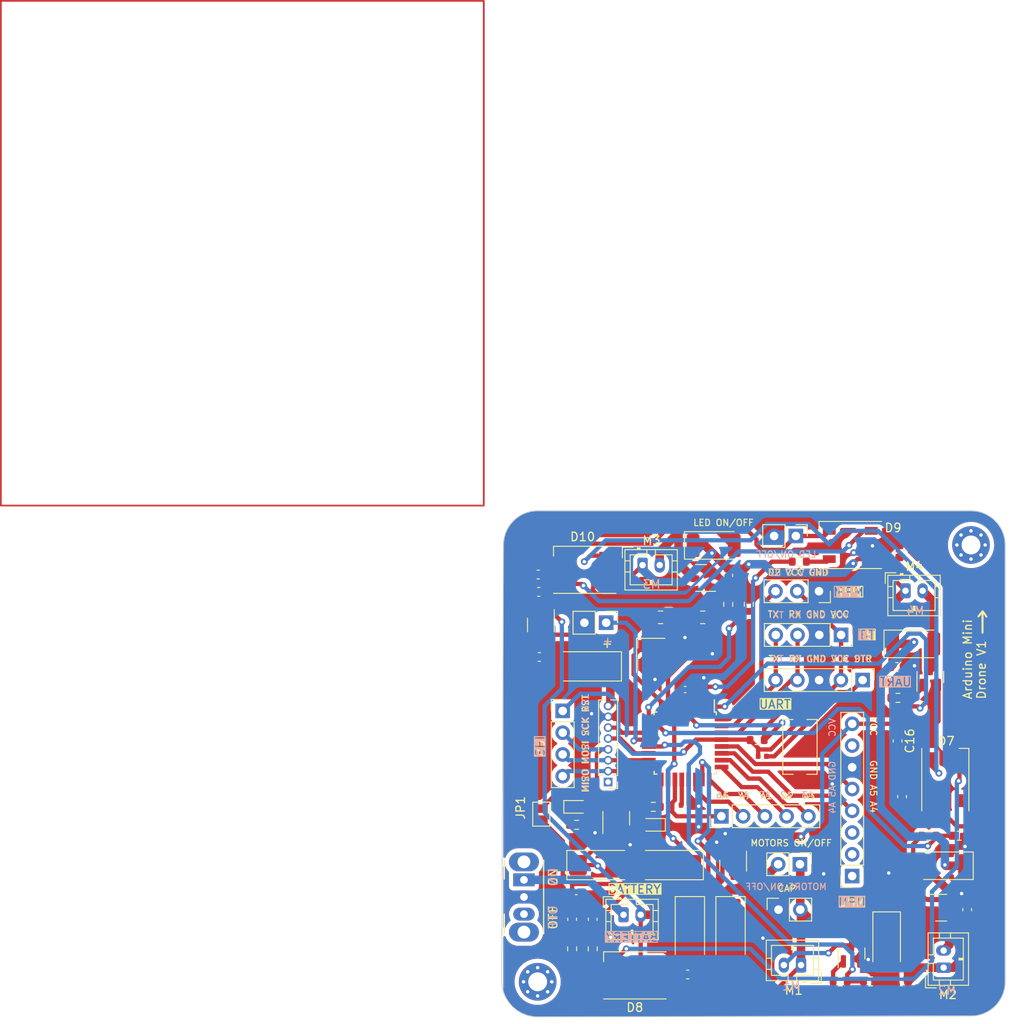
<source format=kicad_pcb>
(kicad_pcb (version 20221018) (generator pcbnew)
  (layers (0 "F.Cu" signal) (31 "B.Cu" power) (34 "B.Paste" user) (35 "F.Paste" user) (36 "B.SilkS" user "B.Silkscreen") (37 "F.SilkS" user "F.Silkscreen") (38 "B.Mask" user) (39 "F.Mask" user) (44 "Edge.Cuts" user))
  (net 0 "")
  (net 1 "D8")
  (net 2 "GND")
  (net 3 "RST")
  (net 4 "DTR")
  (net 5 "Net-(U1-AREF)")
  (net 6 "VCC")
  (net 7 "RAW")
  (net 8 "+3.3V")
  (net 9 "VMOT")
  (net 10 "A0")
  (net 11 "Net-(U1-XTAL1{slash}PB6)")
  (net 12 "Net-(U1-XTAL2{slash}PB7)")
  (net 13 "Net-(D1-A)")
  (net 14 "Net-(D2-K)")
  (net 15 "Net-(D2-A)")
  (net 16 "Net-(D3-A)")
  (net 17 "Net-(D4-A)")
  (net 18 "Net-(D5-A)")
  (net 19 "Net-(D6-A)")
  (net 20 "Net-(D10-VSS)")
  (net 21 "Net-(D10-DIN)")
  (net 23 "D12")
  (net 24 "D11")
  (net 25 "D13")
  (net 26 "D10")
  (net 27 "D7")
  (net 28 "RX1")
  (net 29 "TX0")
  (net 33 "A4")
  (net 34 "A5")
  (net 36 "D2")
  (net 37 "-BATT")
  (net 38 "A6")
  (net 39 "A7")
  (net 40 "A1")
  (net 41 "A2")
  (net 42 "A3")
  (net 43 "Net-(JP3-B)")
  (net 44 "Net-(Q1-G)")
  (net 45 "Net-(Q2-G)")
  (net 46 "Net-(Q3-G)")
  (net 47 "Net-(Q4-G)")
  (net 48 "D9")
  (net 49 "D3")
  (net 50 "D5")
  (net 51 "D6")
  (net 52 "D4")
  (net 55 "Net-(D10-DOUT)")
  (net 56 "Net-(D7-DOUT)")
  (net 58 "Net-(D9-DIN)")
  (footprint "Jumper:SolderJumper-2_P1.3mm_Open_Pad1.0x1.5mm" (layer "F.Cu") (at 78.825 109.925001 -90)
    (fp_text reference "JP1")
    (fp_text value "Power isolation jumper (low power applications)")
  )
  (footprint "Resistor_SMD:R_0603_1608Metric" (layer "F.Cu") (at 120.465832 94.55 180)
    (fp_text reference "R6" hide)
    (fp_text value "10k")
  )
  (footprint "Connector_PinSocket_2.54mm:PinSocket_1x02_P2.54mm_Vertical" (layer "F.Cu") (at 106.525 121.075 90)
    (fp_text reference "J7" hide)
    (fp_text value "CapHole")
  )
  (footprint "Resistor_SMD:R_0603_1608Metric" (layer "F.Cu") (at 113.725 129.45)
    (fp_text reference "R11" hide)
    (fp_text value "100")
  )
  (footprint "Resistor_SMD:R_0603_1608Metric" (layer "F.Cu") (at 108.95 80.45)
    (fp_text reference "R14" hide)
    (fp_text value "390")
  )
  (footprint "Resistor_SMD:R_0603_1608Metric" (layer "F.Cu") (at 100.65 85.425 -90)
    (fp_text reference "R5" hide)
    (fp_text value "100")
  )
  (footprint "Resistor_SMD:R_0603_1608Metric" (layer "F.Cu") (at 117.275 129.45 180)
    (fp_text reference "R10" hide)
    (fp_text value "10k")
  )
  (footprint "Connector_PinHeader_1.27mm:PinHeader_1x08_P1.27mm_Vertical" (layer "F.Cu") (at 86.625 106.175 180)
    (fp_text reference "J1" hide)
    (fp_text value "NRF24")
  )
  (footprint "LED_SMD:LED_0603_1608Metric" (layer "F.Cu") (at 91.825 111.175 180)
    (fp_text reference "D1" hide)
    (fp_text value "Green")
  )
  (footprint "Capacitor_SMD:C_0603_1608Metric" (layer "F.Cu") (at 82.425 122.2 -90)
    (fp_text reference "C17" hide)
    (fp_text value "10uf")
  )
  (footprint "Connector_JST:JST_PH_B2B-PH-K_1x02_P2.00mm_Vertical" (layer "F.Cu") (at 109.150001 127.55 180)
    (fp_text reference "J6" hide)
    (fp_text value "Motor4")
  )
  (footprint "Connector_JST:JST_PH_B2B-PH-K_1x02_P2.00mm_Vertical" (layer "F.Cu") (at 125.8 127.85 90)
    (fp_text reference "J5" hide)
    (fp_text value "Motor3")
  )
  (footprint "Capacitor_SMD:C_0603_1608Metric" (layer "F.Cu") (at 78.6 91.575)
    (fp_text reference "C8" hide)
    (fp_text value "1uf")
  )
  (footprint "Diode_SMD:D_MELF" (layer "F.Cu") (at 119.15 124.75 -90)
    (fp_text reference "D6" hide)
    (fp_text value "SS34")
  )
  (footprint "Package_TO_SOT_SMD:SOT-23" (layer "F.Cu") (at 115.05 126.187501 90)
    (fp_text reference "Q4" hide)
    (fp_text value "AO3400A")
  )
  (footprint "Package_TO_SOT_SMD:SOT-23" (layer "F.Cu") (at 97.487501 82.35 180)
    (fp_text reference "Q1" hide)
    (fp_text value "AO3400A")
  )
  (footprint "Connector_PinSocket_2.54mm:PinSocket_1x08_P2.54mm_Vertical" (layer "F.Cu") (at 115.125 117.155001 180)
    (fp_text reference "J8" hide)
    (fp_text value "MPU9250 + BMP280")
  )
  (footprint "Package_TO_SOT_SMD:SOT-23" (layer "F.Cu") (at 101.225 115.9375 -90)
    (fp_text reference "Q5" hide)
    (fp_text value "AO3401A")
  )
  (footprint "Crystal:Crystal_SMD_3225-4Pin_3.2x2.5mm" (layer "F.Cu") (at 91.6 91.4 -90)
    (fp_text reference "Y1" hide)
    (fp_text value "Crystal_GND2")
  )
  (footprint "MountingHole:MountingHole_2.2mm_M2_Pad_Via" (layer "F.Cu") (at 78.4 129.5)
    (fp_text reference "H2" hide)
    (fp_text value "MountingHole")
  )
  (footprint "Resistor_SMD:R_0603_1608Metric" (layer "F.Cu") (at 84.825 125.65 -90)
    (fp_text reference "R13" hide)
    (fp_text value "33k")
  )
  (footprint "Resistor_SMD:R_0603_1608Metric" (layer "F.Cu") (at 103.05 85.425 -90)
    (fp_text reference "R4" hide)
    (fp_text value "10k")
  )
  (footprint "Capacitor_SMD:C_0402_1005Metric" (layer "F.Cu") (at 82.905 118.975 180)
    (fp_text reference "C6" hide)
    (fp_text value "0.1uf")
  )
  (footprint "LED_SMD:LED_0603_1608Metric" (layer "F.Cu") (at 82.9375 109.075)
    (fp_text reference "D2" hide)
    (fp_text value "Red")
  )
  (footprint "Connector_PinHeader_2.54mm:PinHeader_1x02_P2.54mm_Vertical" (layer "F.Cu") (at 109.025 115.775 -90)
    (fp_text reference "JP3" hide)
    (fp_text value "Power isolation jumper (low power applications)")
  )
  (footprint "MountingHole:MountingHole_2.2mm_M2_Pad_Via" (layer "F.Cu") (at 129 78.5)
    (fp_text reference "H1" hide)
    (fp_text value "MountingHole")
  )
  (footprint "Capacitor_SMD:C_0805_2012Metric" (layer "F.Cu") (at 92.75 86.95)
    (fp_text reference "C24" hide)
    (fp_text value "0.1uf")
  )
  (footprint "Button_Switch_SMD:SW_Tactile_SPST_NO_Straight_CK_PTS636Sx25SMTRLFS" (layer "F.Cu") (at 109.025 102.075 -90)
    (fp_text reference "SW1" hide)
    (fp_text value "Reset")
  )
  (footprint "Capacitor_SMD:C_0402_1005Metric" (layer "F.Cu") (at 95.625 108.875 180)
    (fp_text reference "C2" hide)
    (fp_text value "0.1uf")
  )
  (footprint "LED_SMD:LED_WS2812B_PLCC4_5.0x5.0mm_P3.2mm" (layer "F.Cu") (at 126 105.9 90)
    (fp_text reference "D7")
    (fp_text value "WS2812B")
  )
  (footprint "Capacitor_SMD:C_0603_1608Metric" (layer "F.Cu") (at 128.55 121.075 -90)
    (fp_text reference "C12" hide)
    (fp_text value "22uf")
  )
  (footprint "Connector_PinHeader_2.54mm:PinHeader_1x05_P2.54mm_Vertical" (layer "F.Cu") (at 116.345 94.275 -90)
    (fp_text reference "J2" hide)
    (fp_text value "UART")
  )
  (footprint "Connector_PinSocket_2.54mm:PinSocket_1x03_P2.54mm_Vertical" (layer "F.Cu") (at 111.25 83.9 -90)
    (fp_text reference "J11" hide)
    (fp_text value "PPM")
  )
  (footprint "Capacitor_SMD:C_0603_1608Metric" (layer "F.Cu") (at 120.35 92.75 180)
    (fp_text reference "C11" hide)
    (fp_text value "22uf")
  )
  (footprint "Capacitor_SMD:C_0603_1608Metric" (layer "F.Cu") (at 78.525 83.975 180)
    (fp_text reference "C7" hide)
    (fp_text value "1uf")
  )
  (footprint "Resistor_SMD:R_0603_1608Metric" (layer "F.Cu") (at 120.465832 96.35 180)
    (fp_text reference "R7" hide)
    (fp_text value "100")
  )
  (footprint "Resistor_SMD:R_0603_1608Metric" (layer "F.Cu") (at 91.9 109.075)
    (fp_text reference "R2" hide)
    (fp_text value "330")
  )
  (footprint "Resistor_SMD:R_0603_1608Metric" (layer "F.Cu") (at 124.075 112.45)
    (fp_text reference "R9" hide)
    (fp_text value "100")
  )
  (footprint "Capacitor_SMD:C_0603_1608Metric" (layer "F.Cu") (at 120.95 107.875 -90)
    (fp_text reference "C22" hide)
    (fp_text value "100nf")
  )
  (footprint "Capacitor_Tantalum_SMD:CP_EIA-6032-15_Kemet-U" (layer "F.Cu") (at 85.5625 115.875)
    (fp_text reference "C4" hide)
    (fp_text value "10uf")
  )
  (footprint "Resistor_SMD:R_0603_1608Metric" (layer "F.Cu") (at 82.425 125.65 -90)
    (fp_text reference "R12" hide)
    (fp_text value "100k")
  )
  (footprint "Capacitor_SMD:C_0603_1608Metric" (layer "F.Cu") (at 95.925 128.65 180)
    (fp_text reference "C21" hide)
    (fp_text value "100nf")
  )
  (footprint "Package_TO_SOT_SMD:SOT-23" (layer "F.Cu") (at 124.25 93.9125 90)
    (fp_text reference "Q2" hide)
    (fp_text value "AO3400A")
  )
  (footprint "LED_SMD:LED_WS2812B_PLCC4_5.0x5.0mm_P3.2mm" (layer "F.Cu") (at 89.75 128.75 180)
    (fp_text reference "D8")
    (fp_text value "WS2812B")
  )
  (footprint "Capacitor_Tantalum_SMD:CP_EIA-6032-15_Kemet-U" (layer "F.Cu") (at 93.987499 115.875 180)
    (fp_text reference "C5" hide)
    (fp_text value "10uf")
  )
  (footprint "Capacitor_SMD:C_0603_1608Metric" (layer "F.Cu") (at 78.475 81.95)
    (fp_text reference "C19" hide)
    (fp_text value "100nf")
  )
  (footprint "Capacitor_Tantalum_SMD:CP_EIA-6032-15_Kemet-U" (layer "F.Cu") (at 84.425 92.675 180)
    (fp_text reference "C9" hide)
    (fp_text value "10uf")
  )
  (footprint "Capacitor_SMD:C_0603_1608Metric" (layer "F.Cu") (at 120.875 129.45)
    (fp_text reference "C13" hide)
    (fp_text value "22uf")
  )
  (footprint "Capacitor_SMD:C_0603_1608Metric" (layer "F.Cu") (at 120.425 101.375 -90)
    (fp_text reference "C16")
    (fp_text value "100nf")
  )
  (footprint "Connector_PinSocket_2.54mm:PinSocket_1x04_P2.54mm_Vertical" (layer "F.Cu") (at 113.825 89 -90)
    (fp_text reference "J10" hide)
    (fp_text value "BT")
  )
  (footprint "Connector_PinHeader_2.54mm:PinHeader_1x02_P2.54mm_Vertical" (layer "F.Cu") (at 108.55 77.45 -90)
    (fp_text reference "JP2" hide)
    (fp_text value "Power isolation jumper (low power applications)")
  )
  (footprint "Package_QFP:TQFP-32_7x7mm_P0.8mm" (layer "F.Cu") (at 95.625 101.625 -90)
    (fp_text reference "U1" hide)
    (fp_text value "ATmega328P-A")
  )
  (footprint "Package_TO_SOT_SMD:SOT-23-5" (layer "F.Cu") (at 78.774999 87.8375 -90)
    (fp_text reference "U3" hide)
    (fp_text value "LP5907MFX-3.3")
  )
  (footprint "Resistor_SMD:R_0603_1608Metric" (layer "F.Cu") (at 104.025 101.275)
    (fp_text reference "R1" hide)
    (fp_text value "10K")
  )
  (footprint "LED_SMD:LED_WS2812B_PLCC4_5.0x5.0mm_P3.2mm" (layer "F.Cu") (at 114.9 78.5 180)
    (fp_text reference "D9")
    (fp_text value "WS2812B")
  )
  (footprint "Capacitor_SMD:C_0805_2012Metric" (layer "F.Cu") (at 97.675 86.95)
    (fp_text reference "C23" hide)
    (fp_text value "0.1uf")
  )
  (footprint "Capacitor_SMD:C_0603_1608Metric" (layer "F.Cu") (at 100.65 82.05 90)
    (fp_text reference "C10" hide)
    (fp_text value "22uf")
  )
  (footprint "LOGO" (layer "F.Cu") (at 130.4 87.5 -90)
    (fp_text reference "")
    (fp_text value "LOGO" hide)
  )
  (footprint "Connector_PinHeader_2.54mm:PinHeader_1x02_P2.54mm_Vertical" (layer "F.Cu") (at 86.4 87.575 -90)
    (fp_text reference "BZ1" hide)
    (fp_text value "Buzzer")
  )
  (footprint "Resistor_SMD:R_0603_1608Metric" (layer "F.Cu") (at 127.625 112.45 180)
    (fp_text reference "R8" hide)
    (fp_text value "10k")
  )
  (footprint "Diode_SMD:D_MELF" (layer "F.Cu") (at 122.25 90.05)
    (fp_text reference "D4" hide)
    (fp_text value "SS34")
  )
  (footprint "Connector_PinHeader_2.54mm:PinHeader_1x04_P2.54mm_Vertical" (layer "F.Cu") (at 81.325 97.875)
    (fp_text reference "J9" hide)
    (fp_text value "SPI Pads")
  )
  (footprint "Capacitor_SMD:C_0603_1608Metric" (layer "F.Cu") (at 84.825 122.2 -90)
    (fp_text reference "C18" hide)
    (fp_text value "100nf")
  )
  (footprint "Connector_JST:JST_PH_B2B-PH-K_1x02_P2.00mm_Vertical" (layer "F.Cu") (at 90.65 80.85)
    (fp_text reference "J3" hide)
    (fp_text value "Motor1")
  )
  (footprint "Package_TO_SOT_SMD:SOT-23" (layer "F.Cu") (at 125.5125 120.85)
    (fp_text reference "Q3" hide)
    (fp_text value "AO3400A")
  )
  (footprint "Diode_SMD:D_MELF" (layer "F.Cu") (at 125.85 115.95 180)
    (fp_text reference "D5" hide)
    (fp_text value "SS34")
  )
  (footprint "Capacitor_Tantalum_SMD:CP_EIA-6032-15_Kemet-U" (layer "F.Cu") (at 96.175 123.3125 -90)
    (fp_text reference "C15" hide)
    (fp_text value "100uf")
  )
  (footprint "Capacitor_SMD:C_0402_1005Metric" (layer "F.Cu") (at 95.625 95.375)
    (fp_text reference "C3" hide)
    (fp_text value "0.1uf")
  )
  (footprint "Capacitor_Tantalum_SMD:CP_EIA-6032-15_Kemet-U" (layer "F.Cu") (at 100.925 123.312501 -90)
    (fp_text reference "C14" hide)
    (fp_text value "100uf")
  )
  (footprint "LED_SMD:LED_WS2812B_PLCC4_5.0x5.0mm_P3.2mm" (layer "F.Cu") (at 83.9 81.4 180)
    (fp_text reference "D10")
    (fp_text value "WS2812B")
  )
  (footprint "Connector_JST:JST_PH_B2B-PH-K_1x02_P2.00mm_Vertical" (layer "F.Cu") (at 88.425 121.675)
    (fp_text reference "J12" hide)
    (fp_text value "PWR")
  )
  (footprint "Button_Switch_THT:SW_CuK_OS102011MA1QN1_SPDT_Angled" (layer "F.Cu") (at 76.8 117.6 -90)
    (fp_text reference "SW2" hide)
    (fp_text value "Switch")
  )
  (footprint "Connector_PinHeader_2.54mm:PinHeader_1x05_P2.54mm_Vertical" (layer "F.Cu") (at 99.85 110.175 90)
    (fp_text reference "J13" hide)
    (fp_text value "Open")
  )
  (footprint "Capacitor_SMD:C_0402_1005Metric" (layer "F.Cu") (at 104.625 103.175)
    (fp_text reference "C1" hide)
    (fp_text value "0.1uf")
  )
  (footprint "Diode_SMD:D_MELF" (layer "F.Cu") (at 98.95 78.55)
    (fp_text reference "D3" hide)
    (fp_text value "SS34")
  )
  (footprint "Capacitor_SMD:C_0603_1608Metric" (layer "F.Cu") (at 120.65 79.175 -90)
    (fp_text reference "C20" hide)
    (fp_text value "100nf")
  )
  (footprint "Package_TO_SOT_SMD:SOT-23-5" (layer "F.Cu") (at 87.575001 110.4125 90)
    (fp_text reference "U2" hide)
    (fp_text value "MIC5205YM5")
  )
  (footprint "Resistor_SMD:R_0603_1608Metric" (layer "F.Cu") (at 82.95 111.175 180)
    (fp_text reference "R3" hide)
    (fp_text value "10k")
  )
  (footprint "Connector_JST:JST_PH_B2B-PH-K_1x02_P2.00mm_Vertical" (layer "F.Cu") (at 121.35 83.85)
    (fp_text reference "J4" hide)
    (fp_text value "Motor2")
  )
  (gr_rect locked (start 15.72 14.97) (end 72.108 73.898) (stroke (width 0.2)) (fill none) (layer "F.Cu"))
  (gr_arc (start 74.4 78.5) (mid 75.571573 75.671573) (end 78.4 74.5) (stroke (width 0.1)) (layer "Edge.Cuts"))
  (gr_line (start 133 78.5) (end 133 129.5) (stroke (width 0.1)) (layer "Edge.Cuts"))
  (gr_arc (start 129 74.5) (mid 131.828427 75.671573) (end 133 78.5) (stroke (width 0.1)) (layer "Edge.Cuts"))
  (gr_arc (start 133 129.5) (mid 131.828427 132.328427) (end 129 133.5) (stroke (width 0.1)) (layer "Edge.Cuts"))
  (gr_line (start 74.2 129.4) (end 74.4 78.5) (stroke (width 0.1)) (layer "Edge.Cuts"))
  (gr_arc (start 78.4 133.6) (mid 75.430152 132.369848) (end 74.2 129.4) (stroke (width 0.1)) (layer "Edge.Cuts"))
  (gr_line (start 78.4 74.5) (end 129 74.5) (stroke (width 0.1)) (layer "Edge.Cuts"))
  (gr_line (start 78.4 133.6) (end 129 133.5) (stroke (width 0.1)) (layer "Edge.Cuts"))
  (gr_text "LED ON/OFF\n" (at 107.4 79.6) (layer "B.SilkS") (effects (font (size 0.75 0.75) (thickness 0.125)) (justify mirror)))
  (gr_text "ON   OFF" (at 80.2 119.8 90) (layer "B.SilkS") (effects (font (size 1 1)) (justify mirror)))
  (gr_text "DTR VCC GND RX TX\n" (at 111.6 91.8) (layer "B.SilkS") (effects (font (size 0.75 0.75) (thickness 0.125)) (justify mirror)))
  (gr_text "MPU" (at 115.1 120.2) (layer "B.SilkS" knockout) (effects (font (size 1 1)) (justify mirror)))
  (gr_text "PPM" (at 114.5 84) (layer "B.SilkS" knockout) (effects (font (size 1 1)) (justify mirror)))
  (gr_text "M1" (at 108 130) (layer "B.SilkS") (effects (font (size 1 1)) (justify mirror)))
  (gr_text "SPI" (at 78.6 102 270) (layer "B.SilkS" knockout) (effects (font (size 1 1)) (justify mirror)))
  (gr_text "MISO MOSI SCK RST\n" (at 83.9 101.6 -90) (layer "B.SilkS") (effects (font (size 0.75 0.75) (thickness 0.125)) (justify mirror)))
  (gr_text "VCC GND RX TX\n" (at 110.3 86.7) (layer "B.SilkS") (effects (font (size 0.75 0.75) (thickness 0.125)) (justify mirror)))
  (gr_text "M4" (at 122.5 86.2) (layer "B.SilkS") (effects (font (size 1 1)) (justify mirror)))
  (gr_text "BT" (at 116.8 89) (layer "B.SilkS" knockout) (effects (font (size 1 1)) (justify mirror)))
  (gr_text "VCC     GND A5 A4" (at 112.8 104.3 -270) (layer "B.SilkS") (effects (font (size 0.75 0.75) (thickness 0.125)) (justify mirror)))
  (gr_text "M2" (at 126.2 130.5) (layer "B.SilkS") (effects (font (size 1 1)) (justify mirror)))
  (gr_text "MOTORS ON/OFF" (at 107.4 118.4) (layer "B.SilkS") (effects (font (size 0.75 0.75) (thickness 0.125)) (justify mirror)))
  (gr_text "M3" (at 91.7 83.1) (layer "B.SilkS") (effects (font (size 1 1)) (justify mirror)))
  (gr_text "A3  A2  A7  A7  A6" (at 104.9 107.7) (layer "B.SilkS") (effects (font (size 0.75 0.75) (thickness 0.125)) (justify mirror)))
  (gr_text "BATTERY" (at 89.4 124.3) (layer "B.SilkS" knockout) (effects (font (size 1 1)) (justify mirror)))
  (gr_text "UART" (at 120.2 94.5) (layer "B.SilkS" knockout) (effects (font (size 1 1)) (justify mirror)))
  (gr_text "+ " (at 86.2 89.7) (layer "B.SilkS") (effects (font (size 1 1)) (justify mirror)))
  (gr_text "GND VCC D2\n" (at 108.9 81.7) (layer "B.SilkS") (effects (font (size 0.75 0.75) (thickness 0.125)) (justify mirror)))
  (gr_text "VCC     GND A5 A4" (at 117.6 104.2 270) (layer "F.SilkS") (effects (font (size 0.75 0.75) (thickness 0.125))))
  (gr_text "M3" (at 91.7 78) (layer "F.SilkS") (effects (font (size 1 1))))
  (gr_text "M4" (at 122.4 81) (layer "F.SilkS") (effects (font (size 1 1))))
  (gr_text "D2 VCC GND\n" (at 108.8 81.7) (layer "F.SilkS") (effects (font (size 0.75 0.75) (thickness 0.125))))
  (gr_text "MOTORS ON/OFF" (at 108 113.3) (layer "F.SilkS") (effects (font (size 0.75 0.75) (thickness 0.125))))
  (gr_text "M1" (at 108.3 130.5) (layer "F.SilkS") (effects (font (size 1 1))))
  (gr_text "+ " (at 86.9 90) (layer "F.SilkS") (effects (font (size 1 1))))
  (gr_text "LED ON/OFF\n" (at 100.1 75.9) (layer "F.SilkS") (effects (font (size 0.75 0.75) (thickness 0.125))))
  (gr_text "Arduino Mini\nDrone V1" (at 130.8 96.6 90) (layer "F.SilkS") (effects (font (size 1 1)) (justify left bottom)))
  (gr_text "TX  RX GND VCC\n" (at 110 86.6) (layer "F.SilkS") (effects (font (size 0.75 0.75) (thickness 0.125))))
  (gr_text "PPM" (at 114.9 84) (layer "F.SilkS" knockout) (effects (font (size 1 1))))
  (gr_text "BATTERY" (at 89.7 118.7) (layer "F.SilkS" knockout) (effects (font (size 1 1))))
  (gr_text "TX  RX GND VCC DTR\n" (at 111.4 91.8) (layer "F.SilkS") (effects (font (size 0.75 0.75) (thickness 0.125))))
  (gr_text "CAP" (at 107.5 118.6) (layer "F.SilkS") (effects (font (size 0.75 0.75) (thickness 0.125))))
  (gr_text "MPU" (at 115.1 120.2) (layer "F.SilkS" knockout) (effects (font (size 1 1))))
  (gr_text "OFF   ON\n" (at 80.2 119.8 90) (layer "F.SilkS") (effects (font (size 1 1))))
  (gr_text "BT" (at 116.9 89) (layer "F.SilkS" knockout) (effects (font (size 1 1))))
  (gr_text "MISO MOSI SCK RST\n" (at 84 101.7 90) (layer "F.SilkS") (effects (font (size 0.75 0.75) (thickness 0.125))))
  (gr_text " A6  A7  A1  A2  A3 " (at 105.1 107.8) (layer "F.SilkS") (effects (font (size 0.75 0.75) (thickness 0.125))))
  (gr_text "UART" (at 106.1 97.1) (layer "F.SilkS" knockout) (effects (font (size 1 1))))
  (gr_text "SPI" (at 78.7 102 90) (layer "F.SilkS" knockout) (effects (font (size 1 1))))
  (gr_text "M2" (at 126.3 131) (layer "F.SilkS") (effects (font (size 1 1))))
  (segment (start 89.775 101.225) (end 89.625 101.375) (width 0.5) (layer "F.Cu") (net 1))
  (segment (start 91.375 101.225) (end 89.775 101.225) (width 0.5) (layer "F.Cu") (net 1))
  (via (at 89.625 101.375) (size 0.8) (drill 0.4) (layers "F.Cu" "B.Cu") (net 1))
  (segment (start 86.4 87.575) (end 88.725 87.575) (width 0.5) (layer "B.Cu") (net 1))
  (segment (start 88.725 87.575) (end 89.825 88.675) (width 0.5) (layer "B.Cu") (net 1))
  (segment (start 89.825 101.175) (end 89.625 101.375) (width 0.5) (layer "B.Cu") (net 1))
  (segment (start 89.825 88.675) (end 89.825 101.175) (width 0.5) (layer "B.Cu") (net 1))
  (segment (start 96.95 94.1) (end 96.95 95.485) (width 0.5) (layer "F.Cu") (net 2))
  (segment (start 87.575001 115.425001) (end 88.025 115.875) (width 0.5) (layer "F.Cu") (net 2))
  (segment (start 95.25 95.27) (end 95.25 94.4) (width 0.5) (layer "F.Cu") (net 2))
  (segment (start 119.807499 104.455001) (end 120.425 103.8375) (width 0.5) (layer "F.Cu") (net 2))
  (segment (start 95.145 95.375) (end 95.25 95.27) (width 0.5) (layer "F.Cu") (net 2))
  (segment (start 111.285 94.255) (end 111.265 94.275) (width 0.5) (layer "F.Cu") (net 2))
  (segment (start 125.2 94.85) (end 125.2 99.0625) (width 0.5) (layer "F.Cu") (net 2))
  (segment (start 95.95 93.7) (end 96.55 93.7) (width 0.5) (layer "F.Cu") (net 2))
  (segment (start 115.125 104.455001) (end 119.807499 104.455001) (width 0.5) (layer "F.Cu") (net 2))
  (segment (start 87.575001 111.55) (end 87.575001 115.425001) (width 0.5) (layer "F.Cu") (net 2))
  (segment (start 96.95 95.485) (end 96.835 95.6) (width 0.5) (layer "F.Cu") (net 2))
  (segment (start 95.225 97.375) (end 95.225 95.455) (width 0.5) (layer "F.Cu") (net 2))
  (segment (start 95.225 95.455) (end 95.145 95.375) (width 0.5) (layer "F.Cu") (net 2))
  (segment (start 96.025 108.795) (end 96.105 108.875) (width 0.5) (layer "F.Cu") (net 2))
  (segment (start 96.835 95.6) (end 96.835 97.365) (width 0.5) (layer "F.Cu") (net 2))
  (segment (start 96.55 93.7) (end 96.95 94.1) (width 0.5) (layer "F.Cu") (net 2))
  (segment (start 95.25 94.4) (end 95.95 93.7) (width 0.5) (layer "F.Cu") (net 2))
  (segment (start 125.2 99.0625) (end 120.425 103.8375) (width 0.5) (layer "F.Cu") (net 2))
  (segment (start 96.025 105.875) (end 96.025 108.795) (width 0.5) (layer "F.Cu") (net 2))
  (segment (start 96.835 97.365) (end 96.825 97.375) (width 0.5) (layer "F.Cu") (net 2))
  (via (at 111.8 116.9) (size 0.8) (drill 0.4) (layers "F.Cu" "B.Cu") (net 2))
  (via (at 115.3 79.4) (size 0.8) (drill 0.4) (layers "F.Cu" "B.Cu") (net 2))
  (via (at 84.7 98.2) (size 0.8) (drill 0.4) (layers "F.Cu" "B.Cu") (net 2))
  (via (at 92.1 94.2) (size 0.8) (drill 0.4) (layers "F.Cu" "B.Cu") (net 2))
  (via (at 97.2 109) (size 0.8) (drill 0.4) (layers "F.Cu" "B.Cu") (net 2))
  (via (at 122.4 92.6) (size 0.8) (drill 0.4) (layers "F.Cu" "B.Cu") (net 2))
  (via (at 128.3 113.7) (size 0.8) (drill 0.4) (layers "F.Cu" "B.Cu") (net 2))
  (via (at 86.9 124.3) (size 0.8) (drill 0.4) (layers "F.Cu" "B.Cu") (net 2))
  (via (at 89.2 113.5) (size 0.8) (drill 0.4) (layers "F.Cu" "B.Cu") (net 2))
  (via (at 112.8 106.4) (size 0.8) (drill 0.4) (layers "F.Cu" "B.Cu") (net 2))
  (via (at 98.8 91.2) (size 0.8) (drill 0.4) (layers "F.Cu" "B.Cu") (net 2))
  (via (at 95.6 89.3) (size 0.8) (drill 0.4) (layers "F.Cu" "B.Cu") (net 2))
  (via (at 100.3 112.2) (size 0.8) (drill 0.4) (layers "F.Cu" "B.Cu") (net 2))
  (via (at 85.1 112.1) (size 0.8) (drill 0.4) (layers "F.Cu" "B.Cu") (net 2))
  (via (at 117 126.9) (size 0.8) (drill 0.4) (layers "F.Cu" "B.Cu") (net 2))
  (via (at 99.3 113.2) (size 0.8) (drill 0.4) (layers "F.Cu" "B.Cu") (net 2))
  (via (at 119.4 116.8) (size 0.8) (drill 0.4) (layers "F.Cu" "B.Cu") (net 2))
  (via (at 97.2 111.4) (size 0.8) (drill 0.4) (layers "F.Cu" "B.Cu") (net 2))
  (via (at 117.5 78.6) (size 0.8) (drill 0.4) (layers "F.Cu" "B.Cu") (net 2))
  (via (at 127.9 119.2) (size 0.8) (drill 0.4) (layers "F.Cu" "B.Cu") (net 2))
  (via (at 104.7 124.4) (size 0.8) (drill 0.4) (layers "F.Cu" "B.Cu") (net 2))
  (via (at 97.8 94) (size 0.8) (drill 0.4) (layers "F.Cu" "B.Cu") (net 2))
  (segment (start 96.875 101.225) (end 99.875 101.225) (width 0.5) (layer "F.Cu") (net 3))
  (segment (start 104.145 102.22) (end 103.2 101.275) (width 0.5) (layer "F.Cu") (net 3))
  (segment (start 109.025 98.2) (end 109.025 98.975) (width 0.5) (layer "F.Cu") (net 3))
  (segment (start 105.625 102.375) (end 104.145 102.375) (width 0.5) (layer "F.Cu") (net 3))
  (segment (start 103.15 101.225) (end 103.2 101.275) (width 0.5) (layer "F.Cu") (net 3))
  (segment (start 109.025 98.975) (end 105.625 102.375) (width 0.5) (layer "F.Cu") (net 3))
  (segment (start 104.145 102.375) (end 104.145 102.22) (width 0.5) (layer "F.Cu") (net 3))
  (segment (start 104.145 103.175) (end 104.145 102.375) (width 0.5) (layer "F.Cu") (net 3))
  (segment (start 99.875 101.225) (end 103.15 101.225) (width 0.5) (layer "F.Cu") (net 3))
  (segment (start 95.45 102.65) (end 96.875 101.225) (width 0.5) (layer "F.Cu") (net 3))
  (via (at 95.45 102.65) (size 0.8) (drill 0.4) (layers "F.Cu" "B.Cu") (net 3))
  (segment (start 87.825 97.075) (end 86.625 95.875) (width 0.5) (layer "B.Cu") (net 3))
  (segment (start 83.325 95.875) (end 81.325 97.875) (width 0.5) (layer "B.Cu") (net 3))
  (segment (start 95.225 102.875) (end 89.525 102.875) (width 0.5) (layer "B.Cu") (net 3))
  (segment (start 89.525 102.875) (end 87.825 101.175) (width 0.5) (layer "B.Cu") (net 3))
  (segment (start 95.45 102.65) (end 95.225 102.875) (width 0.5) (layer "B.Cu") (net 3))
  (segment (start 87.825 101.175) (end 87.825 97.075) (width 0.5) (layer "B.Cu") (net 3))
  (segment (start 86.625 95.875) (end 83.325 95.875) (width 0.5) (layer "B.Cu") (net 3))
  (segment (start 106.025 103.175) (end 113.525 95.675) (width 0.5) (layer "F.Cu") (net 4))
  (segment (start 105.105 103.175) (end 106.025 103.175) (width 0.5) (layer "F.Cu") (net 4))
  (segment (start 114.945 95.675) (end 116.345 94.275) (width 0.5) (layer "F.Cu") (net 4))
  (segment (start 113.525 95.675) (end 114.945 95.675) (width 0.5) (layer "F.Cu") (net 4))
  (segment (start 95.225 108.795) (end 95.145 108.875) (width 0.5) (layer "F.Cu") (net 5))
  (segment (start 95.225 105.875) (end 95.225 108.795) (width 0.5) (layer "F.Cu") (net 5))
  (segment (start 93.625 104.775) (end 94.35 104.05) (width 0.5) (layer "F.Cu") (net 6))
  (segment (start 96.025 98.475) (end 96.95 99.4) (width 0.5) (layer "F.Cu") (net 6))
  (segment (start 113.825 94.255) (end 113.805 94.275) (width 0.5) (layer "F.Cu") (net 6))
  (segment (start 96.025 98.475) (end 96.025 97.375) (width 0.5) (layer "F.Cu") (net 6))
  (segment (start 104.85 99.95) (end 109.025 95.775) (width 0.5) (layer "F.Cu") (net 6))
  (segment (start 94.425 98.575) (end 94.825 98.975) (width 0.5) (layer "F.Cu") (net 6))
  (segment (start 94.35 104.05) (end 94.35 98.65) (width 0.5) (layer "F.Cu") (net 6))
  (segment (start 96.95 99.4) (end 96.95 99.55) (width 0.5) (layer "F.Cu") (net 6))
  (segment (start 78.825 110.575001) (end 81.325 113.075001) (width 0.5) (layer "F.Cu") (net 6))
  (segment (start 93.625 105.875) (end 93.625 104.775) (width 0.5) (layer "F.Cu") (net 6))
  (segment (start 94.825 98.975) (end 95.525 98.975) (width 0.5) (layer "F.Cu") (net 6))
  (segment (start 104.85 101.275) (end 104.925 101.275) (width 0.5) (layer "F.Cu") (net 6))
  (segment (start 95.525 98.975) (end 96.025 98.475) (width 0.5) (layer "F.Cu") (net 6))
  (segment (start 96.025 97.375) (end 96.025 95.455) (width 0.5) (layer "F.Cu") (net 6))
  (segment (start 104.925 101.275) (end 106.95 99.25) (width 0.5) (layer "F.Cu") (net 6))
  (segment (start 94.249999 118.075) (end 96.449999 115.875) (width 0.5) (layer "F.Cu") (net 6))
  (segment (start 108.725 83.9) (end 113.825 89) (width 0.5) (layer "F.Cu") (net 6))
  (segment (start 82.425 118.075) (end 94.249999 118.075) (width 0.5) (layer "F.Cu") (net 6))
  (segment (start 112.305 95.775) (end 113.805 94.275) (width 0.5) (layer "F.Cu") (net 6))
  (segment (start 94.35 98.65) (end 94.425 98.575) (width 0.5) (layer "F.Cu") (net 6))
  (segment (start 82.425 118.975) (end 82.425 118.075) (width 0.5) (layer "F.Cu") (net 6))
  (segment (start 94.425 97.375) (end 94.425 98.575) (width 0.5) (layer "F.Cu") (net 6))
  (segment (start 108.71 83.9) (end 108.725 83.9) (width 0.5) (layer "F.Cu") (net 6))
  (segment (start 109.025 95.775) (end 112.305 95.775) (width 0.5) (layer "F.Cu") (net 6))
  (segment (start 96.449999 114.999999) (end 94.225 112.775) (width 0.5) (layer "F.Cu") (net 6))
  (segment (start 96.449999 115.875) (end 96.449999 114.999999) (width 0.5) (layer "F.Cu") (net 6))
  (segment (start 104.85 101.275) (end 104.85 99.95) (width 0.5) (layer "F.Cu") (net 6))
  (segment (start 96.025 95.455) (end 96.105 95.375) (width 0.5) (layer "F.Cu") (net 6))
  (segment (start 113.825 89) (end 113.825 94.255) (width 0.5) (layer "F.Cu") (net 6))
  (segment (start 81.325 116.975) (end 82.425 118.075) (width 0.5) (layer "F.Cu") (net 6))
  (segment (start 81.325 113.075001) (end 81.325 116.975) (width 0.5) (layer "F.Cu") (net 6))
  (via (at 106.95 99.25) (size 0.8) (drill 0.4) (layers "F.Cu" "B.Cu") (net 6))
  (via (at 94.225 112.775) (size 0.8) (drill 0.4) (layers "F.Cu" "B.Cu") (net 6))
  (via (at 96.95 99.55) (size 0.8) (drill 0.4) (layers "F.Cu" "B.Cu") (net 6))
  (via (at 94.35 104.05) (size 0.8) (drill 0.4) (layers "F.Cu" "B.Cu") (net 6))
  (segment (start 106.65 99.55) (end 106.95 99.25) (width 0.5) (layer "B.Cu") (net 6))
  (segment (start 96.95 99.55) (end 106.65 99.55) (width 0.5) (layer "B.Cu") (net 6))
  (segment (start 93.625 112.175) (end 94.225 112.775) (width 0.5) (layer "B.Cu") (net 6))
  (segment (start 93.625 104.775) (end 93.625 112.175) (width 0.5) (layer "B.Cu") (net 6))
  (segment (start 94.35 104.05) (end 93.625 104.775) (width 0.5) (layer "B.Cu") (net 6))
  (segment (start 86.625001 112.349999) (end 83.1 115.875) (width 0.5) (layer "F.Cu") (net 7))
  (segment (start 86.625001 110.874999) (end 87.25 110.25) (width 0.5) (layer "F.Cu") (net 7))
  (segment (start 90.425 127.575) (end 90.425 121.675) (width 0.5) (layer "F.Cu") (net 7))
  (segment (start 85.325 127.575) (end 86.425 128.675) (width 0.5) (layer "F.Cu") (net 7))
  (segment (start 99.725 117.575) (end 99.725 115.55) (width 1) (layer "F.Cu") (net 7))
  (segment (start 77.75 86.625001) (end 77.824999 86.7) (width 0.5) (layer "F.Cu") (net 7))
  (segment (start 78.225 87.875) (end 77.824999 87.474999) (width 0.5) (layer "F.Cu") (net 7))
  (segment (start 100.275 114.425) (end 102.15 112.55) (width 1) (layer "F.Cu") (net 7))
  (segment (start 87.25 110.25) (end 87.85 110.25) (width 0.5) (layer "F.Cu") (net 7))
  (segment (start 82.025 127.575) (end 85.325 127.575) (width 0.5) (layer "F.Cu") (net 7))
  (segment (start 77.824999 87.474999) (end 77.824999 86.7) (width 0.5) (layer "F.Cu") (net 7))
  (segment (start 96.175 120.85) (end 100.924999 120.85) (width 1) (layer "F.Cu") (net 7))
  (segment (start 88.525001 110.925001) (end 88.525001 111.55) (width 0.5) (layer "F.Cu") (net 7))
  (segment (start 79.724999 87.275001) (end 79.125 87.875) (width 0.5) (layer "F.Cu") (net 7))
  (segment (start 86.625001 111.55) (end 86.625001 112.349999) (width 0.5) (layer "F.Cu") (net 7))
  (segment (start 99.725 115.55) (end 100.275 115) (width 1) (layer "F.Cu") (net 7))
  (segment (start 95.35 121.675) (end 96.175 120.85) (width 1) (layer "F.Cu") (net 7))
  (segment (start 89.325 128.675) (end 90.425 127.575) (width 0.5) (layer "F.Cu") (net 7))
  (segment (start 86.425 128.675) (end 89.325 128.675) (width 0.5) (layer "F.Cu") (net 7))
  (segment (start 83.1 115.875) (end 85.325 115.875) (width 0.5) (layer "F.Cu") (net 7))
  (segment (start 82.425 124.825) (end 82.425 122.975) (width 0.5) (layer "F.Cu") (net 7))
  (segment (start 102.15 112.55) (end 109.15 112.55) (width 1) (layer "F.Cu") (net 7))
  (segment (start 115.125 99.375001) (end 119.962499 99.375001) (width 0.5) (layer "F.Cu") (net 7))
  (segment (start 100.924999 120.85) (end 100.925 120.850001) (width 1) (layer "F.Cu") (net 7))
  (segment (start 80.45 86.7) (end 79.724999 86.7) (width 0.5) (layer "F.Cu") (net 7))
  (segment (start 96.175 120.85) (end 96.45 120.85) (width 1) (layer "F.Cu") (net 7))
  (segment (start 82.425 122.975) (end 81.125 124.275) (width 0.5) (layer "F.Cu") (net 7))
  (segment (start 85.325 115.875) (end 85.425 115.975) (width 0.5) (layer "F.Cu") (net 7))
  (segment (start 77.75 83.975) (end 77.75 86.625001) (width 0.5) (layer "F.Cu") (net 7))
  (segment (start 100.275 115) (end 100.275 114.425) (width 1) (layer "F.Cu") (net 7))
  (segment (start 86.625001 111.55) (end 86.625001 110.874999) (width 0.5) (layer "F.Cu") (net 7))
  (segment (start 87.85 110.25) (end 88.525001 110.925001) (width 0.5) (layer "F.Cu") (net 7))
  (segment (start 81.125 124.275) (end 81.125 126.675) (width 0.5) (layer "F.Cu") (net 7))
  (segment (start 79.724999 86.7) (end 79.724999 87.275001) (width 0.5) (layer "F.Cu") (net 7))
  (segment (start 90.425 121.675) (end 95.35 121.675) (width 1) (layer "F.Cu") (net 7))
  (segment (start 120.425 100.6) (end 120.425 99.837502) (width 0.5) (layer "F.Cu") (net 7))
  (segment (start 81.125 126.675) (end 82.025 127.575) (width 0.5) (layer "F.Cu") (net 7))
  (segment (start 79.125 87.875) (end 78.225 87.875) (width 0.5) (layer "F.Cu") (net 7))
  (segment (start 96.45 120.85) (end 99.725 117.575) (width 1) (layer "F.Cu") (net 7))
  (segment (start 120.425 99.837502) (end 119.962499 99.375001) (width 0.5) (layer "F.Cu") (net 7))
  (segment (start 81.225 87.475) (end 80.45 86.7) (width 0.5) (layer "F.Cu") (net 7))
  (via (at 81.225 87.475) (size 0.8) (drill 0.4) (layers "F.Cu" "B.Cu") (net 7))
  (via (at 85.425 115.975) (size 0.8) (drill 0.4) (layers "F.Cu" "B.Cu") (net 7))
  (via (at 109.15 112.55) (size 0.8) (drill 0.4) (layers "F.Cu" "B.Cu") (net 7))
  (segment (start 79.225 97.275) (end 79.225 109.775) (width 0.5) (layer "B.Cu") (net 7))
  (segment (start 90.425 120.975) (end 85.425 115.975) (width 0.5) (layer "B.Cu") (net 7))
  (segment (start 81.225 87.475) (end 81.225 95.275) (width 0.5) (layer "B.Cu") (net 7))
  (segment (start 111.625 102.875001) (end 115.125 99.375001) (width 0.5) (layer "B.Cu") (net 7))
  (segment (start 110.025 111.675) (end 110.625 111.675) (width 0.5) (layer "B.Cu") (net 7))
  (segment (start 79.225 109.775) (end 85.425 115.975) (width 0.5) (layer "B.Cu") (net 7))
  (segment (start 81.225 95.275) (end 79.225 97.275) (width 0.5) (layer "B.Cu") (net 7))
  (segment (start 90.425 121.675) (end 90.425 120.975) (width 0.5) (layer "B.Cu") (net 7))
  (segment (start 111.625 110.675) (end 111.625 102.875001) (width 0.5) (layer "B.Cu") (net 7))
  (segment (start 110.625 111.675) (end 111.625 110.675) (width 0.5) (layer "B.Cu") (net 7))
  (segment (start 109.15 112.55) (end 110.025 111.675) (width 0.5) (layer "B.Cu") (net 7))
  (segment (start 79.375 89.324999) (end 79.724999 88.975) (width 0.5) (layer "F.Cu") (net 8))
  (segment (start 86.8875 92.675) (end 86.8875 97.0225) (width 1) (layer "F.Cu") (net 8))
  (segment (start 83.1875 88.975) (end 86.8875 92.675) (width 0.5) (layer "F.Cu") (net 8))
  (segment (start 86.8875 97.0225) (end 86.625 97.285) (width 1) (layer "F.Cu") (net 8))
  (segment (start 79.375 91.575) (end 79.375 89.324999) (width 0.5) (layer "F.Cu") (net 8))
  (segment (start 79.724999 88.975) (end 83.1875 88.975) (width 0.5) (layer "F.Cu") (net 8))
  (segment (start 129.95 119.25) (end 129.95 121.15) (width 1) (layer "F.Cu") (net 9))
  (segment (start 92.2 130.4) (end 106.300001 130.4) (width 0.5) (layer "F.Cu") (net 9))
  (segment (start 128.25 115.95) (end 126.05 115.95) (width 1) (layer "F.Cu") (net 9))
  (segment (start 124.05 108.65) (end 124.35 108.35) (width 0.5) (layer "F.Cu") (net 9))
  (segment (start 85.25 81.95) (end 86.35 83.05) (width 0.5) (layer "F.Cu") (net 9))
  (segment (start 121.65 124.85) (end 121.65 129.45) (width 1) (layer "F.Cu") (net 9))
  (segment (start 109.150001 127.55) (end 109.150001 121.160001) (width 1) (layer "F.Cu") (net 9))
  (segment (start 117.35 80.15) (end 115.75 80.15) (width 0.5) (layer "F.Cu") (net 9))
  (segment (start 121.65 129.45) (end 123.25 127.85) (width 1) (layer "F.Cu") (net 9))
  (segment (start 98.825 79.45) (end 100.65 81.275) (width 1) (layer "F.Cu") (net 9))
  (segment (start 128.25 115.95) (end 128.25 117.55) (width 1) (layer "F.Cu") (net 9))
  (segment (start 119.85 85.35) (end 121.35 83.85) (width 1) (layer "F.Cu") (net 9))
  (segment (start 109.150001 121.160001) (end 109.065 121.075) (width 1) (layer "F.Cu") (net 9))
  (segment (start 98.75 79.45) (end 98.825 79.45) (width 1) (layer "F.Cu") (net 9))
  (segment (start 129.95 121.15) (end 128.55 122.55) (width 1) (layer "F.Cu") (net 9))
  (segment (start 110.34 122.35) (end 109.065 121.075) (width 1) (layer "F.Cu") (net 9))
  (segment (start 92.2 130.4) (end 93.4 130.4) (width 0.5) (layer "F.Cu") (net 9))
  (segment (start 115.75 80.15) (end 115.25 80.65) (width 0.5) (layer "F.Cu") (net 9))
  (segment (start 126.05 115.95) (end 125.95 115.85) (width 1) (layer "F.Cu") (net 9))
  (segment (start 100.65 81.275) (end 102.525 81.275) (width 1) (layer "F.Cu") (net 9))
  (segment (start 93.4 130.4) (end 95.15 128.65) (width 0.5) (layer "F.Cu") (net 9))
  (segment (start 128.25 117.55) (end 129.95 119.25) (width 1) (layer "F.Cu") (net 9))
  (segment (start 119.85 90.05) (end 119.85 92.475) (width 1) (layer "F.Cu") (net 9))
  (segment (start 119.85 90.05) (end 119.85 85.35) (width 1) (layer "F.Cu") (net 9))
  (segment (start 117.65 80.15) (end 121.35 83.85) (width 0.5) (layer "F.Cu") (net 9))
  (segment (start 79.25 81.95) (end 85.25 81.95) (width 0.5) (layer "F.Cu") (net 9))
  (segment (start 102.525 81.275) (end 103.05 80.75) (width 1) (layer "F.Cu") (net 9))
  (segment (start 109.065 121.075) (end 109.065 115.815) (width 1) (layer "F.Cu") (net 9))
  (segment (start 120.45 80.15) (end 120.65 79.95) (width 0.5) (layer "F.Cu") (net 9))
  (segment (start 128.95 111.35) (end 129.35 111.75) (width 0.5) (layer "F.Cu") (net 9))
  (segment (start 122.15 90.05) (end 122.35 89.85) (width 1) (layer "F.Cu") (net 9))
  (segment (start 128.55 126.25) (end 128.55 122.55) (width 1) (layer "F.Cu") (net 9))
  (segment (start 119.85 92.475) (end 119.575 92.75) (width 1) (layer "F.Cu") (net 9))
  (segment (start 124.35 108.35) (end 127.35 111.35) (width 0.5) (layer "F.Cu") (net 9))
  (segment (start 125.8 127.85) (end 126.95 127.85) (width 1) (layer "F.Cu") (net 9))
  (segment (start 119.15 122.35) (end 110.34 122.35) (width 1) (layer "F.Cu") (net 9))
  (segment (start 98.75 79.375) (end 98.75 79.45) (width 1) (layer "F.Cu") (net 9))
  (segment (start 117.35 80.15) (end 120.45 80.15) (width 0.5) (layer "F.Cu") (net 9))
  (segment (start 126.95 127.85) (end 128.55 126.25) (width 1) (layer "F.Cu") (net 9))
  (segment (start 119.15 122.35) (end 121.65 124.85) (width 1) (layer "F.Cu") (net 9))
  (segment (start 109.065 115.815) (end 109.025 115.775) (width 1) (layer "F.Cu") (net 9))
  (segment (start 106.300001 130.4) (end 109.150001 127.55) (width 0.5) (layer "F.Cu") (net 9))
  (segment (start 88.45 83.05) (end 90.65 80.85) (width 0.5) (layer "F.Cu") (net 9))
  (segment (start 96.55 78.55) (end 97.925 78.55) (width 1) (layer "F.Cu") (net 9))
  (segment (start 117.35 80.15) (end 117.65 80.15) (width 0.5) (layer "F.Cu") (net 9))
  (segment (start 97.925 78.55) (end 98.75 79.375) (width 1) (layer "F.Cu") (net 9))
  (segment (start 128.55 122.55) (end 128.55 121.85) (width 1) (layer "F.Cu") (net 9))
  (segment (start 86.35 83.05) (end 88.45 83.05) (width 0.5) (layer "F.Cu") (net 9))
  (segment (start 129.35 111.75) (end 129.35 114.85) (width 0.5) (layer "F.Cu") (net 9))
  (segment (start 119.85 90.05) (end 122.15 90.05) (width 1) (layer "F.Cu") (net 9))
  (segment (start 129.35 114.85) (end 128.25 115.95) (width 0.5) (layer "F.Cu") (net 9))
  (segment (start 123.25 127.85) (end 125.8 127.85) (width 1) (layer "F.Cu") (net 9))
  (segment (start 127.35 111.35) (end 128.95 111.35) (width 0.5) (layer "F.Cu") (net 9))
  (segment (start 120.95 108.65) (end 124.05 108.65) (width 0.5) (layer "F.Cu") (net 9))
  (via (at 125.95 115.85) (size 0.8) (drill 0.4) (layers "F.Cu" "B.Cu") (net 9))
  (via (at 103.05 80.75) (size 0.8) (drill 0.4) (layers "F.Cu" "B.Cu") (net 9))
  (via (at 122.35 89.85) (size 0.8) (drill 0.4) (layers "F.Cu" "B.Cu") (net 9))
  (via (at 115.25 80.65) (size 0.8) (drill 0.4) (layers "F.Cu" "B.Cu") (net 9))
  (via (at 98.75 79.45) (size 0.8) (drill 0.4) (layers "F.Cu" "B.Cu") (net 9))
  (segment (start 125.15 112.55) (end 125.95 113.35) (width 1) (layer "B.Cu") (net 9))
  (segment (start 92.15 82.85) (end 95.35 82.85) (width 1) (layer "B.Cu") (net 9))
  (segment (start 114.15 81.75) (end 115.25 80.65) (width 1) (layer "B.Cu") (net 9))
  (segment (start 105.85 81.75) (end 114.15 81.75) (width 1) (layer "B.Cu") (net 9))
  (segment (start 104.85 80.75) (end 105.85 81.75) (width 1) (layer "B.Cu") (net 9))
  (segment (start 95.35 82.85) (end 98.75 79.45) (width 1) (layer "B.Cu") (net 9))
  (segment (start 125.95 113.35) (end 125.95 115.85) (width 1) (layer "B.Cu") (net 9))
  (segment (start 90.65 81.35) (end 92.15 82.85) (width 1) (layer "B.Cu") (net 9))
  (segment (start 122.35 89.85) (end 118.45 93.75) (width 1) (layer "B.Cu") (net 9))
  (segment (start 121.75 112.55) (end 125.15 112.55) (width 1) (layer "B.Cu") (net 9))
  (segment (start 103.05 80.75) (end 104.85 80.75) (width 1) (layer "B.Cu") (net 9))
  (segment (start 90.65 80.85) (end 90.65 81.35) (width 1) (layer "B.Cu") (net 9))
  (segment (start 118.45 109.25) (end 121.75 112.55) (width 1) (layer "B.Cu") (net 9))
  (segment (start 118.45 93.75) (end 118.45 109.25) (width 1) (layer "B.Cu") (net 9))
  (segment (start 84.825 122.975) (end 88.925 118.875) (width 0.5) (layer "F.Cu") (net 10))
  (segment (start 98.325 114.275) (end 97.125 113.075) (width 0.5) (layer "F.Cu") (net 10))
  (segment (start 95.825 118.875) (end 96.625 118.875) (width 0.5) (layer "F.Cu") (net 10))
  (segment (start 97.125 113.075) (end 97.075 113.025) (width 0.5) (layer "F.Cu") (net 10))
  (segment (start 84.075 124.825) (end 84.825 124.825) (width 0.5) (layer "F.Cu") (net 10))
  (segment (start 88.925 118.875) (end 95.825 118.875) (width 0.5) (layer "F.Cu") (net 10))
  (segment (start 98.325 117.175) (end 98.325 114.275) (width 0.5) (layer "F.Cu") (net 10))
  (segment (start 96.625 118.875) (end 98.325 117.175) (width 0.5) (layer "F.Cu") (net 10))
  (segment (start 97.625 105.875) (end 97.625 103.875) (width 0.5) (layer "F.Cu") (net 10))
  (segment (start 84.825 124.825) (end 84.825 122.975) (width 0.5) (layer "F.Cu") (net 10))
  (segment (start 82.425 126.475) (end 84.075 124.825) (width 0.5) (layer "F.Cu") (net 10))
  (via (at 97.125 113.075) (size 0.8) (drill 0.4) (layers "F.Cu" "B.Cu") (net 10))
  (via (at 97.625 103.875) (size 0.8) (drill 0.4) (layers "F.Cu" "B.Cu") (net 10))
  (segment (start 98.4 104.5) (end 97.775 103.875) (width 0.5) (layer "B.Cu") (net 10))
  (segment (start 98.4 111.8) (end 98.4 104.5) (width 0.5) (layer "B.Cu") (net 10))
  (segment (start 97.125 113.075) (end 98.4 111.8) (width 0.5) (layer "B.Cu") (net 10))
  (segment (start 97.775 103.875) (end 97.625 103.875) (width 0.5) (layer "B.Cu") (net 10))
  (segment (start 94.2 93.3) (end 94.2 92.05) (width 0.5) (layer "F.Cu") (net 11))
  (segment (start 94.2 92.05) (end 92.45 90.3) (width 0.5) (layer "F.Cu") (net 11))
  (segment (start 93.625 93.875) (end 94.2 93.3) (width 0.5) (layer "F.Cu") (net 11))
  (segment (start 94.2 93.3) (end 98.625 88.875) (width 0.5) (layer "F.Cu") (net 11))
  (segment (start 98.825 87.15) (end 98.625 86.95) (width 0.5) (layer "F.Cu") (net 11))
  (segment (start 93.625 97.375) (end 93.625 93.875) (width 0.5) (layer "F.Cu") (net 11))
  (segment (start 98.625 88.875) (end 98.625 86.95) (width 0.5) (layer "F.Cu") (net 11))
  (segment (start 89.6 93.6) (end 89.6 91.4) (width 0.5) (layer "F.Cu") (net 12))
  (segment (start 91.5 88.5) (end 92.6 88.5) (width 0.5) (layer "F.Cu") (net 12))
  (segment (start 92.6 88.5) (end 93.7 87.4) (width 0.5) (layer "F.Cu") (net 12))
  (segment (start 93.7 87.4) (end 93.7 86.95) (width 0.5) (layer "F.Cu") (net 12))
  (segment (start 93.945 87.195) (end 93.7 86.95) (width 0.5) (layer "F.Cu") (net 12))
  (segment (start 89.6 91.4) (end 89.65 91.4) (width 0.5) (layer "F.Cu") (net 12))
  (segment (start 89.65 91.4) (end 90.75 90.3) (width 0.5) (layer "F.Cu") (net 12))
  (segment (start 92.825 97.375) (end 92.825 96.825) (width 0.5) (layer "F.Cu") (net 12))
  (segment (start 90.75 90.3) (end 90.75 89.25) (width 0.5) (layer "F.Cu") (net 12))
  (segment (start 92.825 96.825) (end 89.6 93.6) (width 0.5) (layer "F.Cu") (net 12))
  (segment (start 90.75 89.25) (end 91.5 88.5) (width 0.5) (layer "F.Cu") (net 12))
  (segment (start 91.075 109.075) (end 91.075 111.1375) (width 0.5) (layer "F.Cu") (net 13))
  (segment (start 91.075 111.1375) (end 91.0375 111.175) (width 0.5) (layer "F.Cu") (net 13))
  (segment (start 82.15 111.15) (end 82.125 111.175) (width 0.5) (layer "F.Cu") (net 14))
  (segment (start 82.15 109.075) (end 82.15 111.15) (width 0.5) (layer "F.Cu") (net 14))
  (segment (start 80.425001 107.675) (end 82.725 107.675) (width 0.5) (layer "F.Cu") (net 15))
  (segment (start 82.725 107.675) (end 83.725 108.675) (width 0.5) (layer "F.Cu") (net 15))
  (segment (start 83.725 108.675) (end 83.725 109.075) (width 0.5) (layer "F.Cu") (net 15))
  (segment (start 78.825 109.275001) (end 80.425001 107.675) (width 0.5) (layer "F.Cu") (net 15))
  (segment (start 86.425001 109.075) (end 86.625001 109.275) (width 0.5) (layer "F.Cu") (net 15))
  (segment (start 83.725 109.075) (end 86.425001 109.075) (width 0.5) (layer "F.Cu") (net 15))
  (segment (start 92.65 80.85) (end 92.65 79.25) (width 1) (layer "F.Cu") (net 16))
  (segment (start 92.65 79.25) (end 94.85 77.05) (width 1) (layer "F.Cu") (net 16))
  (segment (start 94.85 77.05) (end 95.55 76.35) (width 1) (layer "F.Cu") (net 16))
  (segment (start 95.55 76.35) (end 99.15 76.35) (width 1) (layer "F.Cu") (net 16))
  (segment (start 96.550001 82.35) (end 94.85 80.649999) (width 1) (layer "F.Cu") (net 16))
  (segment (start 99.15 76.35) (end 101.35 78.55) (width 1) (layer "F.Cu") (net 16))
  (segment (start 94.85 80.649999) (end 94.85 77.05) (width 1) (layer "F.Cu") (net 16))
  (segment (start 124.25 92.975) (end 124.25 90.45) (width 1) (layer "F.Cu") (net 17))
  (segment (start 124.65 85.15) (end 124.65 90.05) (width 1) (layer "F.Cu") (net 17))
  (segment (start 123.35 83.85) (end 124.65 85.15) (width 1) (layer "F.Cu") (net 17))
  (segment (start 124.25 90.45) (end 124.65 90.05) (width 1) (layer "F.Cu") (net 17))
  (segment (start 126.45 118.95) (end 126.45 120.85) (width 1) (layer "F.Cu") (net 18))
  (segment (start 123.45 115.95) (end 126.45 118.95) (width 1) (layer "F.Cu") (net 18))
  (segment (start 126.45 120.85) (end 126.45 125.2) (width 1) (layer "F.Cu") (net 18))
  (segment (start 126.45 125.2) (end 125.8 125.85) (width 1) (layer "F.Cu") (net 18))
  (segment (start 115.05 125.250001) (end 113.249999 125.250001) (width 0.5) (layer "F.Cu") (net 19))
  (segment (start 117.250001 125.250001) (end 119.15 127.15) (width 0.5) (layer "F.Cu") (net 19))
  (segment (start 115.05 125.250001) (end 117.250001 125.250001) (width 0.5) (layer "F.Cu") (net 19))
  (segment (start 113.249999 125.250001) (end 112.35 126.15) (width 0.5) (layer "F.Cu") (net 19))
  (via (at 112.35 126.15) (size 0.8) (drill 0.4) (layers "F.Cu" "B.Cu") (net 19))
  (segment (start 108.550001 126.15) (end 107.150001 127.55) (width 0.5) (layer "B.Cu") (net 19))
  (segment (start 112.35 126.15) (end 108.550001 126.15) (width 0.5) (layer "B.Cu") (net 19))
  (segment (start 122.75 80.15) (end 121.85 79.25) (width 0.5) (layer "F.Cu") (net 20))
  (segment (start 127.65 105.95) (end 127.55 106.05) (width 0.5) (layer "F.Cu") (net 20))
  (segment (start 103.95 77.85) (end 103.95 78.45) (width 0.5) (layer "F.Cu") (net 20))
  (segment (start 91.75 78.35) (end 94.85 75.25) (width 0.5) (layer "F.Cu") (net 20))
  (segment (start 102.65 76.55) (end 103.95 77.85) (width 0.5) (layer "F.Cu") (net 20))
  (segment (start 101.25 76.35) (end 101.25 76.55) (width 0.5) (layer "F.Cu") (net 20))
  (segment (start 87.3 127.1) (end 88.75 125.65) (width 0.5) (layer "F.Cu") (net 20))
  (segment (start 103.95 78.45) (end 104.55 79.05) (width 0.5) (layer "F.Cu") (net 20))
  (segment (start 100.15 75.25) (end 101.25 76.35) (width 0.5) (layer "F.Cu") (net 20))
  (segment (start 101.25 76.55) (end 102.65 76.55) (width 0.5) (layer "F.Cu") (net 20))
  (segment (start 111.85 77.45) (end 112.45 76.85) (width 0.5) (layer "F.Cu") (net 20))
  (segment (start 119.95 75.75) (end 113.55 75.75) (width 0.5) (layer "F.Cu") (net 20))
  (segment (start 123.95 80.15) (end 122.75 80.15) (width 0.5) (layer "F.Cu") (net 20))
  (segment (start 121.85 79.25) (end 121.85 77.65) (width 0.5) (layer "F.Cu") (net 20))
  (segment (start 121.85 77.65) (end 119.95 75.75) (width 0.5) (layer "F.Cu") (net 20))
  (segment (start 127.65 103.45) (end 127.65 105.95) (width 0.5) (layer "F.Cu") (net 20))
  (segment (start 108.55 77.45) (end 111.85 77.45) (width 0.5) (layer "F.Cu") (net 20))
  (segment (start 125.95 82.15) (end 123.95 80.15) (width 0.5) (layer "F.Cu") (net 20))
  (segment (start 104.55 79.05) (end 106.95 79.05) (width 0.5) (layer "F.Cu") (net 20))
  (segment (start 94.85 75.25) (end 100.15 75.25) (width 0.5) (layer "F.Cu") (net 20))
  (segment (start 82.85 78.35) (end 91.75 78.35) (width 0.5) (layer "F.Cu") (net 20))
  (segment (start 127.65 103.45) (end 125.95 101.75) (width 0.5) (layer "F.Cu") (net 20))
  (segment (start 106.95 79.05) (end 108.55 77.45) (width 0.5) (layer "F.Cu") (net 20))
  (segment (start 113.55 75.75) (end 112.45 76.85) (width 0.5) (layer "F.Cu") (net 20))
  (segment (start 81.45 79.75) (end 82.85 78.35) (width 0.5) (layer "F.Cu") (net 20))
  (segment (start 125.95 101.75) (end 125.95 82.15) (width 0.5) (layer "F.Cu") (net 20))
  (via (at 127.55 106.05) (size 0.8) (drill 0.4) (layers "F.Cu" "B.Cu") (net 20))
  (via (at 88.75 125.65) (size 0.8) (drill 0.4) (layers "F.Cu" "B.Cu") (net 20))
  (segment (start 103.25 125.65) (end 106.75 129.15) (width 0.5) (layer "B.Cu") (net 20))
  (segment (start 88.75 125.65) (end 103.25 125.65) (width 0.5) (layer "B.Cu") (net 20))
  (segment (start 122.35 129.15) (end 124.45 127.05) (width 0.5) (layer "B.Cu") (net 20))
  (segment (start 106.75 129.15) (end 122.35 129.15) (width 0.5) (layer "B.Cu") (net 20))
  (segment (start 124.45 127.05) (end 124.45 118.95) (width 0.5) (layer "B.Cu") (net 20))
  (segment (start 127.35 116.05) (end 127.35 106.25) (width 0.5) (layer "B.Cu") (net 20))
  (segment (start 124.45 118.95) (end 127.35 116.05) (width 0.5) (layer "B.Cu") (net 20))
  (segment (start 127.35 106.25) (end 127.55 106.05) (width 0.5) (layer "B.Cu") (net 20))
  (segment (start 81.45 83.05) (end 83.55 83.05) (width 0.5) (layer "F.Cu") (net 21))
  (segment (start 117.35 76.85) (end 116.45 76.85) (width 0.5) (layer "F.Cu") (net 21))
  (segment (start 83.55 83.05) (end 83.75 83.25) (width 0.5) (layer "F.Cu") (net 21))
  (segment (start 116.45 76.85) (end 114.75 78.55) (width 0.5) (layer "F.Cu") (net 21))
  (via (at 114.75 78.55) (size 0.8) (drill 0.4) (layers "F.Cu" "B.Cu") (net 21))
  (via (at 83.75 83.25) (size 0.8) (drill 0.4) (layers "F.Cu" "B.Cu") (net 21))
  (segment (start 96.05 85.05) (end 101.85 79.25) (width 0.5) (layer "B.Cu") (net 21))
  (segment (start 101.85 79.25) (end 114.05 79.25) (width 0.5) (layer "B.Cu") (net 21))
  (segment (start 85.55 85.05) (end 96.05 85.05) (width 0.5) (layer "B.Cu") (net 21))
  (segment (start 114.05 79.25) (end 114.75 78.55) (width 0.5) (layer "B.Cu") (net 21))
  (segment (start 83.75 83.25) (end 85.55 85.05) (width 0.5) (layer "B.Cu") (net 21))
  (segment (start 86.625 104.905) (end 90.895 104.905) (width 0.5) (layer "F.Cu") (net 23))
  (segment (start 90.895 104.905) (end 91.375 104.425) (width 0.5) (layer "F.Cu") (net 23))
  (segment (start 86.625 104.905) (end 81.915 104.905) (width 0.5) (layer "B.Cu") (net 23))
  (segment (start 81.915 104.905) (end 81.325 105.495) (width 0.5) (layer "B.Cu") (net 23))
  (segment (start 91.365 103.635) (end 91.375 103.625) (width 0.5) (layer "F.Cu") (net 24))
  (segment (start 86.625 103.635) (end 91.365 103.635) (width 0.5) (layer "F.Cu") (net 24))
  (segment (start 86.625 103.635) (end 82.005 103.635) (width 0.5) (layer "B.Cu") (net 24))
  (segment (start 82.005 103.635) (end 81.325 102.955) (width 0.5) (layer "B.Cu") (net 24))
  (segment (start 92.725 109.075) (end 92.725 105.975) (width 0.5) (layer "F.Cu") (net 25))
  (segment (start 91.225 107.475) (end 92.825 105.875) (width 0.5) (layer "F.Cu") (net 25))
  (segment (start 92.725 105.975) (end 92.825 105.875) (width 0.5) (layer "F.Cu") (net 25))
  (segment (start 85.325 102.875) (end 85.325 107.175) (width 0.5) (layer "F.Cu") (net 25))
  (segment (start 85.325 107.175) (end 85.625 107.475) (width 0.5) (layer "F.Cu") (net 25))
  (segment (start 86.625 102.365) (end 85.835 102.365) (width 0.5) (layer "F.Cu") (net 25))
  (segment (start 85.625 107.475) (end 91.225 107.475) (width 0.5) (layer "F.Cu") (net 25))
  (segment (start 85.835 102.365) (end 85.325 102.875) (width 0.5) (layer "F.Cu") (net 25))
  (segment (start 83.275 102.365) (end 81.325 100.415) (width 0.5) (layer "B.Cu") (net 25))
  (segment (start 86.625 102.365) (end 83.275 102.365) (width 0.5) (layer "B.Cu") (net 25))
  (segment (start 89.775 102.825) (end 91.375 102.825) (width 0.5) (layer "F.Cu") (net 26))
  (segment (start 86.625 101.095) (end 88.045 101.095) (width 0.5) (layer "F.Cu") (net 26))
  (segment (start 88.045 101.095) (end 89.775 102.825) (width 0.5) (layer "F.Cu") (net 26))
  (segment (start 86.625 99.825) (end 87.675 99.825) (width 0.5) (layer "F.Cu") (net 27))
  (segment (start 87.675 99.825) (end 88.275 100.425) (width 0.5) (layer "F.Cu") (net 27))
  (segment (start 88.275 100.425) (end 91.375 100.425) (width 0.5) (layer "F.Cu") (net 27))
  (segment (start 108.023478 94.275) (end 108.725 94.275) (width 0.5) (layer "F.Cu") (net 28))
  (segment (start 108.745 94.255) (end 108.725 94.275) (width 0.5) (layer "F.Cu") (net 28))
  (segment (start 99.875 100.425) (end 101.873478 100.425) (width 0.5) (layer "F.Cu") (net 28))
  (segment (start 101.873478 100.425) (end 108.023478 94.275) (width 0.5) (layer "F.Cu") (net 28))
  (segment (start 108.745 89) (end 108.745 94.255) (width 0.5) (layer "F.Cu") (net 28))
  (segment (start 106.205 89) (end 106.205 94.255) (width 0.5) (layer "F.Cu") (net 29))
  (segment (start 106.185 94.715) (end 106.185 94.275) (width 0.5) (layer "F.Cu") (net 29))
  (segment (start 99.875 99.625) (end 99.925 99.575) (width 0.5) (layer "F.Cu") (net 29))
  (segment (start 101.325 99.575) (end 106.185 94.715) (width 0.5) (layer "F.Cu") (net 29))
  (segment (start 106.205 94.255) (end 106.185 94.275) (width 0.5) (layer "F.Cu") (net 29))
  (segment (start 99.925 99.575) (end 101.325 99.575) (width 0.5) (layer "F.Cu") (net 29))
  (segment (start 105.325 104.975) (end 108.125 107.775) (width 0.5) (layer "F.Cu") (net 33))
  (segment (start 103.525 104.975) (end 105.325 104.975) (width 0.5) (layer "F.Cu") (net 33))
  (segment (start 113.364999 107.775) (end 115.125 109.535001) (width 0.5) (layer "F.Cu") (net 33))
  (segment (start 101.375 102.825) (end 103.525 104.975) (width 0.5) (layer "F.Cu") (net 33))
  (segment (start 108.125 107.775) (end 113.364999 107.775) (width 0.5) (layer "F.Cu") (net 33))
  (segment (start 99.875 102.825) (end 101.375 102.825) (width 0.5) (layer "F.Cu") (net 33))
  (segment (start 103.825 104.075) (end 112.204999 104.075) (width 0.5) (layer "F.Cu") (net 34))
  (segment (start 112.204999 104.075) (end 115.125 106.995001) (width 0.5) (layer "F.Cu") (net 34))
  (segment (start 99.875 102.025) (end 101.775 102.025) (width 0.5) (layer "F.Cu") (net 34))
  (segment (start 101.775 102.025) (end 103.825 104.075) (width 0.5) (layer "F.Cu") (net 34))
  (segment (start 100.775 98.825) (end 104.525 95.075) (width 0.5) (layer "F.Cu") (net 36))
  (segment (start 104.525 95.075) (end 104.525 85.475) (width 0.5) (layer "F.Cu") (net 36))
  (segment (start 104.525 85.475) (end 104.595 85.475) (width 0.5) (layer "F.Cu") (net 36))
  (segment (start 104.595 85.475) (end 106.17 83.9) (width 0.5) (layer "F.Cu") (net 36))
  (segment (start 99.875 98.825) (end 100.775 98.825) (width 0.5) (layer "F.Cu") (net 36))
  (segment (start 84.35 117.6) (end 88.425 121.675) (width 1) (layer "B.Cu") (net 37))
  (segment (start 76.8 117.6) (end 84.35 117.6) (width 1) (layer "B.Cu") (net 37))
  (segment (start 94.425 108.275) (end 94.125 108.575) (width 0.5) (layer "F.Cu") (net 38))
  (segment (start 94.425 105.875) (end 94.425 108.275) (width 0.5) (layer "F.Cu") (net 38))
  (segment (start 94.125 108.575) (end 94.125 109.675) (width 0.5) (layer "F.Cu") (net 38))
  (segment (start 94.625 110.175) (end 99.85 110.175) (width 0.5) (layer "F.Cu") (net 38))
  (segment (start 94.125 109.675) (end 94.625 110.175) (width 0.5) (layer "F.Cu") (net 38))
  (segment (start 96.825 105.875) (end 96.825 107.075) (width 0.5) (layer "F.Cu") (net 39))
  (segment (start 96.825 107.075) (end 98.225 108.475) (width 0.5) (layer "F.Cu") (net 39))
  (segment (start 98.225 108.475) (end 100.69 108.475) (width 0.5) (layer "F.Cu") (net 39))
  (segment (start 100.69 108.475) (end 102.39 110.175) (width 0.5) (layer "F.Cu") (net 39))
  (segment (start 98.425 105.875) (end 100.125 107.575) (width 0.5) (layer "F.Cu") (net 40))
  (segment (start 102.33 107.575) (end 104.93 110.175) (width 0.5) (layer "F.Cu") (net 40))
  (segment (start 100.125 107.575) (end 102.33 107.575) (width 0.5) (layer "F.Cu") (net 40))
  (segment (start 104.07 106.775) (end 107.47 110.175) (width 0.5) (layer "F.Cu") (net 41))
  (segment (start 99.875 104.425) (end 102.225 106.775) (width 0.5) (layer "F.Cu") (net 41))
  (segment (start 102.225 106.775) (end 104.07 106.775) (width 0.5) (layer "F.Cu") (net 41))
  (segment (start 104.325 105.775) (end 107.425 108.875) (width 0.5) (layer "F.Cu") (net 42))
  (segment (start 100.875 103.625) (end 103.025 105.775) (width 0.5) (layer "F.Cu") (net 42))
  (segment (start 107.425 108.875) (end 108.71 108.875) (width 0.5) (layer "F.Cu") (net 42))
  (segment (start 103.025 105.775) (end 104.325 105.775) (width 0.5) (layer "F.Cu") (net 42))
  (segment (start 108.71 108.875) (end 110.01 110.175) (width 0.5) (layer "F.Cu") (net 42))
  (segment (start 99.875 103.625) (end 100.875 103.625) (width 0.5) (layer "F.Cu") (net 42))
  (segment (start 105.385 116.875) (end 106.485 115.775) (width 1) (layer "F.Cu") (net 43))
  (segment (start 101.225 116.875) (end 105.385 116.875) (width 1) (layer "F.Cu") (net 43))
  (segment (start 99.4 84.6) (end 100.65 84.6) (width 1) (layer "F.Cu") (net 44))
  (segment (start 98.425001 83.3) (end 98.425001 83.625001) (width 1) (layer "F.Cu") (net 44))
  (segment (start 98.425001 83.625001) (end 99.4 84.6) (width 1) (layer "F.Cu") (net 44))
  (segment (start 121.290832 96.35) (end 121.8 96.35) (width 1) (layer "F.Cu") (net 45))
  (segment (start 121.8 96.35) (end 123.3 94.85) (width 1) (layer "F.Cu") (net 45))
  (segment (start 122.25 118.35) (end 123.8 119.9) (width 0.5) (layer "F.Cu") (net 46))
  (segment (start 124.575 119.9) (end 124.575 119.875) (width 0.5) (layer "F.Cu") (net 46))
  (segment (start 123.8 119.9) (end 124.575 119.9) (width 0.5) (layer "F.Cu") (net 46))
  (segment (start 123.25 112.45) (end 122.25 113.45) (width 0.5) (layer "F.Cu") (net 46))
  (segment (start 122.25 113.45) (end 122.25 118.35) (width 0.5) (layer "F.Cu") (net 46))
  (segment (start 112.9 129.45) (end 112.9 128.325001) (width 0.5) (layer "F.Cu") (net 47))
  (segment (start 112.9 128.325001) (end 114.1 127.125001) (width 0.5) (layer "F.Cu") (net 47))
  (segment (start 114.55 129.45) (end 116.45 129.45) (width 0.5) (layer "F.Cu") (net 48))
  (segment (start 114.55 128.65) (end 115.15 128.05) (width 0.5) (layer "F.Cu") (net 48))
  (segment (start 93.075 102.025) (end 93.25 101.85) (width 0.5) (layer "F.Cu") (net 48))
  (segment (start 114.55 129.45) (end 114.55 128.65) (width 0.5) (layer "F.Cu") (net 48))
  (segment (start 91.375 102.025) (end 93.075 102.025) (width 0.5) (layer "F.Cu") (net 48))
  (via (at 93.25 101.85) (size 0.8) (drill 0.4) (layers "F.Cu" "B.Cu") (net 48))
  (via (at 115.15 128.05) (size 0.8) (drill 0.4) (layers "F.Cu" "B.Cu") (net 48))
  (segment (start 96.05 113.25) (end 107.95 125.15) (width 0.5) (layer "B.Cu") (net 48))
  (segment (start 97.35 102.85) (end 96.05 104.15) (width 0.5) (layer "B.Cu") (net 48))
  (segment (start 96.05 104.15) (end 96.05 113.25) (width 0.5) (layer "B.Cu") (net 48))
  (segment (start 93.25 101.85) (end 95.15 101.85) (width 0.5) (layer "B.Cu") (net 48))
  (segment (start 95.55 101.45) (end 96.75 101.45) (width 0.5) (layer "B.Cu") (net 48))
  (segment (start 97.35 102.05) (end 97.35 102.85) (width 0.5) (layer "B.Cu") (net 48))
  (segment (start 115.15 126.15) (end 115.15 128.05) (width 0.5) (layer "B.Cu") (net 48))
  (segment (start 107.95 125.15) (end 114.05 125.15) (width 0.5) (layer "B.Cu") (net 48))
  (segment (start 95.15 101.85) (end 95.55 101.45) (width 0.5) (layer "B.Cu") (net 48))
  (segment (start 96.75 101.45) (end 97.35 102.05) (width 0.5) (layer "B.Cu") (net 48))
  (segment (start 115.05 126.15) (end 115.15 126.15) (width 0.5) (layer "B.Cu") (net 48))
  (segment (start 114.05 125.15) (end 115.05 126.15) (width 0.5) (layer "B.Cu") (net 48))
  (segment (start 119.640832 96.740832) (end 120.25 97.35) (width 0.5) (layer "F.Cu") (net 49))
  (segment (start 119.640832 96.35) (end 119.640832 96.740832) (width 0.5) (layer "F.Cu") (net 49))
  (segment (start 100.225 97.375) (end 100.25 97.35) (width 0.5) (layer "F.Cu") (net 49))
  (segment (start 119.640832 96.35) (end 119.640832 94.55) (width 0.5) (layer "F.Cu") (net 49))
  (segment (start 122.85 97.35) (end 123.05 97.55) (width 0.5) (layer "F.Cu") (net 49))
  (segment (start 98.425 97.375) (end 100.225 97.375) (width 0.5) (layer "F.Cu") (net 49))
  (segment (start 120.25 97.35) (end 122.85 97.35) (width 0.5) (layer "F.Cu") (net 49))
  (via (at 100.25 97.35) (size 0.8) (drill 0.4) (layers "F.Cu" "B.Cu") (net 49))
  (via (at 123.05 97.55) (size 0.8) (drill 0.4) (layers "F.Cu" "B.Cu") (net 49))
  (segment (start 121.65 88.95) (end 121.65 88.85) (width 0.5) (layer "B.Cu") (net 49))
  (segment (start 100.25 97.35) (end 105.25 92.35) (width 0.5) (layer "B.Cu") (net 49))
  (segment (start 123.75 96.85) (end 123.05 97.55) (width 0.5) (layer "B.Cu") (net 49))
  (segment (start 123.05 88.85) (end 123.75 89.55) (width 0.5) (layer "B.Cu") (net 49))
  (segment (start 123.75 89.55) (end 123.75 96.85) (width 0.5) (layer "B.Cu") (net 49))
  (segment (start 105.25 92.35) (end 118.25 92.35) (width 0.5) (layer "B.Cu") (net 49))
  (segment (start 121.65 88.85) (end 123.05 88.85) (width 0.5) (layer "B.Cu") (net 49))
  (segment (start 118.25 92.35) (end 121.65 88.95) (width 0.5) (layer "B.Cu") (net 49))
  (segment (start 100.65 86.25) (end 103.05 86.25) (width 0.5) (layer "F.Cu") (net 50))
  (segment (start 91.375 98.825) (end 91.375 97.475) (width 0.5) (layer "F.Cu") (net 50))
  (segment (start 91.375 97.475) (end 91.35 97.45) (width 0.5) (layer "F.Cu") (net 50))
  (segment (start 100.75 88.25) (end 102.75 86.25) (width 0.5) (layer "F.Cu") (net 50))
  (segment (start 102.75 86.25) (end 103.05 86.25) (width 0.5) (layer "F.Cu") (net 50))
  (via (at 91.35 97.45) (size 0.8) (drill 0.4) (layers "F.Cu" "B.Cu") (net 50))
  (via (at 100.75 88.25) (size 0.8) (drill 0.4) (layers "F.Cu" "B.Cu") (net 50))
  (segment (start 99.65 92.75) (end 100.55 91.85) (width 0.5) (layer "B.Cu") (net 50))
  (segment (start 100.75 91.65) (end 100.75 88.25) (width 0.5) (layer "B.Cu") (net 50))
  (segment (start 100.75 88.25) (end 100.75 88.05) (width 0.5) (layer "B.Cu") (net 50))
  (segment (start 96.05 92.75) (end 98.95 92.75) (width 0.5) (layer "B.Cu") (net 50))
  (segment (start 98.95 92.75) (end 99.65 92.75) (width 0.5) (layer "B.Cu") (net 50))
  (segment (start 91.35 97.45) (end 96.05 92.75) (width 0.5) (layer "B.Cu") (net 50))
  (segment (start 126.8 112.45) (end 124.9 112.45) (width 0.5) (layer "F.Cu") (net 51))
  (segment (start 91.375 99.625) (end 92.525 99.625) (width 0.5) (layer "F.Cu") (net 51))
  (segment (start 92.525 99.625) (end 93.35 100.45) (width 0.5) (layer "F.Cu") (net 51))
  (segment (start 124.9 112.7) (end 124.9 112.45) (width 0.5) (layer "F.Cu") (net 51))
  (segment (start 123.95 113.65) (end 124.9 112.7) (width 0.5) (layer "F.Cu") (net 51))
  (via (at 93.35 100.45) (size 0.8) (drill 0.4) (layers "F.Cu" "B.Cu") (net 51))
  (via (at 123.95 113.65) (size 0.8) (drill 0.4) (layers "F.Cu" "B.Cu") (net 51))
  (segment (start 113.45 97.65) (end 115.95 97.65) (width 0.5) (layer "B.Cu") (net 51))
  (segment (start 93.35 100.45) (end 110.65 100.45) (width 0.5) (layer "B.Cu") (net 51))
  (segment (start 123.95 113.65) (end 123.65 113.65) (width 0.5) (layer "B.Cu") (net 51))
  (segment (start 121.25 113.65) (end 123.95 113.65) (width 0.5) (layer "B.Cu") (net 51))
  (segment (start 110.65 100.45) (end 113.45 97.65) (width 0.5) (layer "B.Cu") (net 51))
  (segment (start 116.95 98.65) (end 116.95 109.35) (width 0.5) (layer "B.Cu") (net 51))
  (segment (start 115.95 97.65) (end 116.95 98.65) (width 0.5) (layer "B.Cu") (net 51))
  (segment (start 116.95 109.35) (end 121.25 113.65) (width 0.5) (layer "B.Cu") (net 51))
  (segment (start 98.3 95.05) (end 99.15 95.05) (width 0.5) (layer "F.Cu") (net 52))
  (segment (start 105.75 80.45) (end 103.85 82.35) (width 0.5) (layer "F.Cu") (net 52))
  (segment (start 97.625 97.375) (end 97.625 95.725) (width 0.5) (layer "F.Cu") (net 52))
  (segment (start 108.125 80.45) (end 105.75 80.45) (width 0.5) (layer "F.Cu") (net 52))
  (segment (start 97.625 95.725) (end 98.3 95.05) (width 0.5) (layer "F.Cu") (net 52))
  (via (at 103.85 82.35) (size 0.8) (drill 0.4) (layers "F.Cu" "B.Cu") (net 52))
  (via (at 99.15 95.05) (size 0.8) (drill 0.4) (layers "F.Cu" "B.Cu") (net 52))
  (segment (start 103.55 92.05) (end 100.55 95.05) (width 0.5) (layer "B.Cu") (net 52))
  (segment (start 103.85 82.35) (end 103.85 82.45) (width 0.5) (layer "B.Cu") (net 52))
  (segment (start 103.55 82.75) (end 103.55 92.05) (width 0.5) (layer "B.Cu") (net 52))
  (segment (start 100.55 95.05) (end 99.15 95.05) (width 0.5) (layer "B.Cu") (net 52))
  (segment (start 103.85 82.45) (end 103.55 82.75) (width 0.5) (layer "B.Cu") (net 52))
  (segment (start 124.35 104.25) (end 124.35 103.45) (width 0.5) (layer "F.Cu") (net 55))
  (segment (start 84.55 79.75) (end 83.85 80.45) (width 0.5) (layer "F.Cu") (net 55))
  (segment (start 86.35 79.75) (end 84.55 79.75) (width 0.5) (layer "F.Cu") (net 55))
  (segment (start 125.25 105.15) (end 124.35 104.25) (width 0.5) (layer "F.Cu") (net 55))
  (via (at 83.85 80.45) (size 0.8) (drill 0.4) (layers "F.Cu" "B.Cu") (net 55))
  (via (at 125.25 105.15) (size 0.8) (drill 0.4) (layers "F.Cu" "B.Cu") (net 55))
  (segment (start 103.25 77.95) (end 86.35 77.95) (width 0.5) (layer "B.Cu") (net 55))
  (segment (start 124.95 104.85) (end 124.95 83.65) (width 0.5) (layer "B.Cu") (net 55))
  (segment (start 112.45 78.45) (end 110.05 76.05) (width 0.5) (layer "B.Cu") (net 55))
  (segment (start 110.05 76.05) (end 105.15 76.05) (width 0.5) (layer "B.Cu") (net 55))
  (segment (start 86.35 77.95) (end 83.85 80.45) (width 0.5) (layer "B.Cu") (net 55))
  (segment (start 114.05 76.85) (end 112.45 78.45) (width 0.5) (layer "B.Cu") (net 55))
  (segment (start 118.15 76.85) (end 114.05 76.85) (width 0.5) (layer "B.Cu") (net 55))
  (segment (start 125.25 105.15) (end 124.95 104.85) (width 0.5) (layer "B.Cu") (net 55))
  (segment (start 105.15 76.05) (end 103.25 77.95) (width 0.5) (layer "B.Cu") (net 55))
  (segment (start 124.95 83.65) (end 118.15 76.85) (width 0.5) (layer "B.Cu") (net 55))
  (segment (start 107.15 130.75) (end 106.55 131.35) (width 0.5) (layer "F.Cu") (net 56))
  (segment (start 122.65 130.05) (end 121.95 130.75) (width 0.5) (layer "F.Cu") (net 56))
  (segment (start 129.5 123.45) (end 129.5 126.9) (width 0.5) (layer "F.Cu") (net 56))
  (segment (start 121.95 130.75) (end 107.15 130.75) (width 0.5) (layer "F.Cu") (net 56))
  (segment (start 131.15 121.8) (end 129.5 123.45) (width 0.5) (layer "F.Cu") (net 56))
  (segment (start 106.55 131.35) (end 88.25 131.35) (width 0.5) (layer "F.Cu") (net 56))
  (segment (start 129.5 126.9) (end 126.35 130.05) (width 0.5) (layer "F.Cu") (net 56))
  (segment (start 130.15 110.85) (end 130.15 117.85) (width 0.5) (layer "F.Cu") (net 56))
  (segment (start 127.65 108.35) (end 130.15 110.85) (width 0.5) (layer "F.Cu") (net 56))
  (segment (start 131.15 118.85) (end 131.15 121.8) (width 0.5) (layer "F.Cu") (net 56))
  (segment (start 88.25 131.35) (end 87.3 130.4) (width 0.5) (layer "F.Cu") (net 56))
  (segment (start 126.35 130.05) (end 122.65 130.05) (width 0.5) (layer "F.Cu") (net 56))
  (segment (start 130.15 117.85) (end 131.15 118.85) (width 0.5) (layer "F.Cu") (net 56))
  (segment (start 112.15 80.45) (end 112.45 80.15) (width 0.5) (layer "F.Cu") (net 58))
  (segment (start 109.775 80.45) (end 112.15 80.45) (width 0.5) (layer "F.Cu") (net 58))
  (zone (net 2) (net_name "GND") (layer "F.Cu") (connect_pads yes (clearance 0.5)) (min_thickness 0.25) (fill yes (thermal_gap 0.5) (thermal_bridge_width 0.5))
    (polygon (pts (xy 74.4 74.4) (xy 133.05 74.47) (xy 133 133.6) (xy 74.4 133.6)))
  )
  (zone (net 2) (net_name "GND") (layer "B.Cu") (priority 1) (connect_pads yes (clearance 0.5)) (min_thickness 0.25) (fill yes (thermal_gap 0.5) (thermal_bridge_width 0.5))
    (polygon (pts (xy 74.4 74.4) (xy 133 74.4) (xy 133 133.6) (xy 74.4 133.6)))
  )
)
</source>
